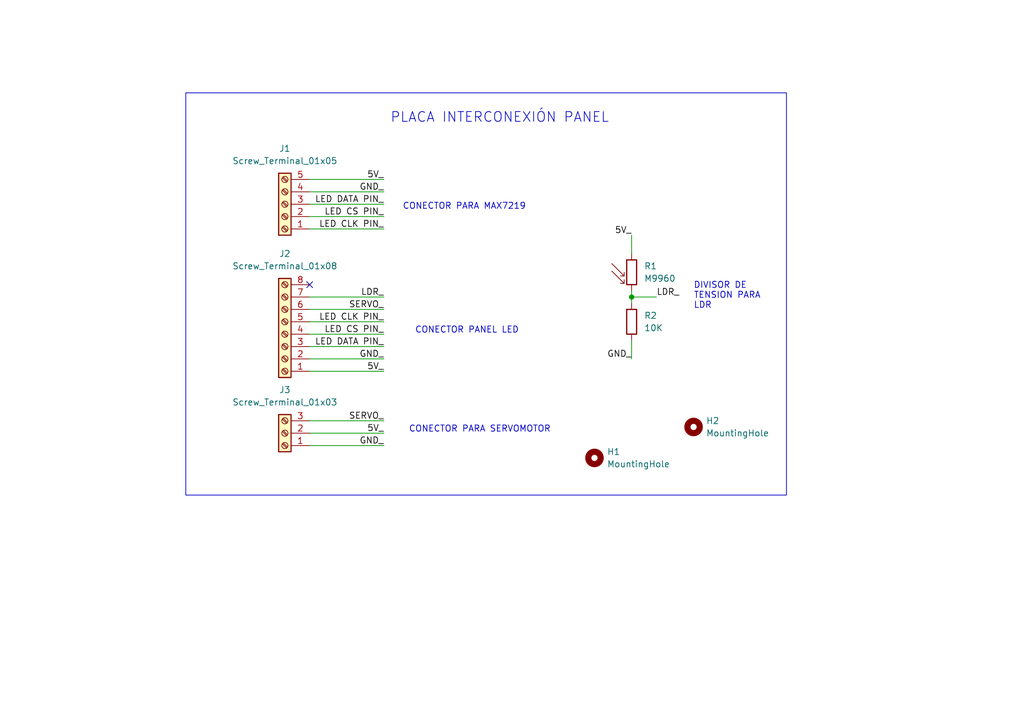
<source format=kicad_sch>
(kicad_sch (version 20230121) (generator eeschema)
  (paper "A5")
  (title_block (title "PLACA INTERCONEXIÓN PANEL EMERGENCIA EN CARRETERA") (date "2024-02-04") (company "Sergio Carrasco Hernández"))
  (lib_symbols
    (symbol "Connector:Screw_Terminal_01x03" (pin_names (offset 1.016) hide)
      (property "Reference" "J" (at 0 5.08 0))
      (property "Value" "Screw_Terminal_01x03" (at 0 -5.08 0))
      (symbol "Screw_Terminal_01x03_1_1"
        (rectangle (start -1.27 3.81) (end 1.27 -3.81) (stroke (width 0.254)) (fill (type background)))
        (circle (center 0 -2.54) (radius 0.635) (stroke (width 0.1524)))
        (polyline (pts (xy -0.5334 -2.2098) (xy 0.3302 -3.048)) (stroke (width 0.1524)))
        (polyline (pts (xy -0.5334 0.3302) (xy 0.3302 -0.508)) (stroke (width 0.1524)))
        (polyline (pts (xy -0.5334 2.8702) (xy 0.3302 2.032)) (stroke (width 0.1524)))
        (polyline (pts (xy -0.3556 -2.032) (xy 0.508 -2.8702)) (stroke (width 0.1524)))
        (polyline (pts (xy -0.3556 0.508) (xy 0.508 -0.3302)) (stroke (width 0.1524)))
        (polyline (pts (xy -0.3556 3.048) (xy 0.508 2.2098)) (stroke (width 0.1524)))
        (circle (center 0 0) (radius 0.635) (stroke (width 0.1524)))
        (circle (center 0 2.54) (radius 0.635) (stroke (width 0.1524)))
        (pin passive line (at -5.08 2.54 0) (length 3.81) (name "Pin_1") (number "1"))
        (pin passive line (at -5.08 0 0) (length 3.81) (name "Pin_2") (number "2"))
        (pin passive line (at -5.08 -2.54 0) (length 3.81) (name "Pin_3") (number "3"))
      )
    )
    (symbol "Connector:Screw_Terminal_01x05" (pin_names (offset 1.016) hide)
      (property "Reference" "J" (at 0 7.62 0))
      (property "Value" "Screw_Terminal_01x05" (at 0 -7.62 0))
      (symbol "Screw_Terminal_01x05_1_1"
        (rectangle (start -1.27 6.35) (end 1.27 -6.35) (stroke (width 0.254)) (fill (type background)))
        (circle (center 0 -5.08) (radius 0.635) (stroke (width 0.1524)))
        (circle (center 0 -2.54) (radius 0.635) (stroke (width 0.1524)))
        (polyline (pts (xy -0.5334 -4.7498) (xy 0.3302 -5.588)) (stroke (width 0.1524)))
        (polyline (pts (xy -0.5334 -2.2098) (xy 0.3302 -3.048)) (stroke (width 0.1524)))
        (polyline (pts (xy -0.5334 0.3302) (xy 0.3302 -0.508)) (stroke (width 0.1524)))
        (polyline (pts (xy -0.5334 2.8702) (xy 0.3302 2.032)) (stroke (width 0.1524)))
        (polyline (pts (xy -0.5334 5.4102) (xy 0.3302 4.572)) (stroke (width 0.1524)))
        (polyline (pts (xy -0.3556 -4.572) (xy 0.508 -5.4102)) (stroke (width 0.1524)))
        (polyline (pts (xy -0.3556 -2.032) (xy 0.508 -2.8702)) (stroke (width 0.1524)))
        (polyline (pts (xy -0.3556 0.508) (xy 0.508 -0.3302)) (stroke (width 0.1524)))
        (polyline (pts (xy -0.3556 3.048) (xy 0.508 2.2098)) (stroke (width 0.1524)))
        (polyline (pts (xy -0.3556 5.588) (xy 0.508 4.7498)) (stroke (width 0.1524)))
        (circle (center 0 0) (radius 0.635) (stroke (width 0.1524)))
        (circle (center 0 2.54) (radius 0.635) (stroke (width 0.1524)))
        (circle (center 0 5.08) (radius 0.635) (stroke (width 0.1524)))
        (pin passive line (at -5.08 5.08 0) (length 3.81) (name "Pin_1") (number "1"))
        (pin passive line (at -5.08 2.54 0) (length 3.81) (name "Pin_2") (number "2"))
        (pin passive line (at -5.08 0 0) (length 3.81) (name "Pin_3") (number "3"))
        (pin passive line (at -5.08 -2.54 0) (length 3.81) (name "Pin_4") (number "4"))
        (pin passive line (at -5.08 -5.08 0) (length 3.81) (name "Pin_5") (number "5"))
      )
    )
    (symbol "Connector:Screw_Terminal_01x08" (pin_names (offset 1.016) hide)
      (property "Reference" "J" (at 0 10.16 0))
      (property "Value" "Screw_Terminal_01x08" (at 0 -12.7 0))
      (symbol "Screw_Terminal_01x08_1_1"
        (rectangle (start -1.27 8.89) (end 1.27 -11.43) (stroke (width 0.254)) (fill (type background)))
        (circle (center 0 -10.16) (radius 0.635) (stroke (width 0.1524)))
        (circle (center 0 -7.62) (radius 0.635) (stroke (width 0.1524)))
        (circle (center 0 -5.08) (radius 0.635) (stroke (width 0.1524)))
        (circle (center 0 -2.54) (radius 0.635) (stroke (width 0.1524)))
        (polyline (pts (xy -0.5334 -9.8298) (xy 0.3302 -10.668)) (stroke (width 0.1524)))
        (polyline (pts (xy -0.5334 -7.2898) (xy 0.3302 -8.128)) (stroke (width 0.1524)))
        (polyline (pts (xy -0.5334 -4.7498) (xy 0.3302 -5.588)) (stroke (width 0.1524)))
        (polyline (pts (xy -0.5334 -2.2098) (xy 0.3302 -3.048)) (stroke (width 0.1524)))
        (polyline (pts (xy -0.5334 0.3302) (xy 0.3302 -0.508)) (stroke (width 0.1524)))
        (polyline (pts (xy -0.5334 2.8702) (xy 0.3302 2.032)) (stroke (width 0.1524)))
        (polyline (pts (xy -0.5334 5.4102) (xy 0.3302 4.572)) (stroke (width 0.1524)))
        (polyline (pts (xy -0.5334 7.9502) (xy 0.3302 7.112)) (stroke (width 0.1524)))
        (polyline (pts (xy -0.3556 -9.652) (xy 0.508 -10.4902)) (stroke (width 0.1524)))
        (polyline (pts (xy -0.3556 -7.112) (xy 0.508 -7.9502)) (stroke (width 0.1524)))
        (polyline (pts (xy -0.3556 -4.572) (xy 0.508 -5.4102)) (stroke (width 0.1524)))
        (polyline (pts (xy -0.3556 -2.032) (xy 0.508 -2.8702)) (stroke (width 0.1524)))
        (polyline (pts (xy -0.3556 0.508) (xy 0.508 -0.3302)) (stroke (width 0.1524)))
        (polyline (pts (xy -0.3556 3.048) (xy 0.508 2.2098)) (stroke (width 0.1524)))
        (polyline (pts (xy -0.3556 5.588) (xy 0.508 4.7498)) (stroke (width 0.1524)))
        (polyline (pts (xy -0.3556 8.128) (xy 0.508 7.2898)) (stroke (width 0.1524)))
        (circle (center 0 0) (radius 0.635) (stroke (width 0.1524)))
        (circle (center 0 2.54) (radius 0.635) (stroke (width 0.1524)))
        (circle (center 0 5.08) (radius 0.635) (stroke (width 0.1524)))
        (circle (center 0 7.62) (radius 0.635) (stroke (width 0.1524)))
        (pin passive line (at -5.08 7.62 0) (length 3.81) (name "Pin_1") (number "1"))
        (pin passive line (at -5.08 5.08 0) (length 3.81) (name "Pin_2") (number "2"))
        (pin passive line (at -5.08 2.54 0) (length 3.81) (name "Pin_3") (number "3"))
        (pin passive line (at -5.08 0 0) (length 3.81) (name "Pin_4") (number "4"))
        (pin passive line (at -5.08 -2.54 0) (length 3.81) (name "Pin_5") (number "5"))
        (pin passive line (at -5.08 -5.08 0) (length 3.81) (name "Pin_6") (number "6"))
        (pin passive line (at -5.08 -7.62 0) (length 3.81) (name "Pin_7") (number "7"))
        (pin passive line (at -5.08 -10.16 0) (length 3.81) (name "Pin_8") (number "8"))
      )
    )
    (symbol "Device:R" (pin_numbers hide) (pin_names (offset 0))
      (property "Reference" "R" (at 2.032 0 90))
      (property "Value" "R" (at 0 0 90))
      (symbol "R_0_1"
        (rectangle (start -1.016 -2.54) (end 1.016 2.54) (stroke (width 0.254)))
      )
      (symbol "R_1_1"
        (pin passive line (at 0 3.81 270) (length 1.27) (name "~") (number "1"))
        (pin passive line (at 0 -3.81 90) (length 1.27) (name "~") (number "2"))
      )
    )
    (symbol "Mechanical:MountingHole" (pin_names (offset 1.016))
      (property "Reference" "H" (at 0 5.08 0))
      (property "Value" "MountingHole" (at 0 3.175 0))
      (symbol "MountingHole_0_1"
        (circle (center 0 0) (radius 1.27) (stroke (width 1.27)))
      )
    )
    (symbol "Sensor_Optical:M9960" (pin_numbers hide) (pin_names (offset 0))
      (property "Reference" "R" (at -5.08 0 90))
      (property "Value" "M9960" (at 1.905 0 90))
      (symbol "M9960_0_1"
        (rectangle (start -1.016 2.54) (end 1.016 -2.54) (stroke (width 0.254)))
        (polyline (pts (xy -1.524 -2.286) (xy -4.064 0.254)))
        (polyline (pts (xy -1.524 -2.286) (xy -2.286 -2.286)))
        (polyline (pts (xy -1.524 -2.286) (xy -1.524 -1.524)))
        (polyline (pts (xy -1.524 -0.762) (xy -4.064 1.778)))
        (polyline (pts (xy -1.524 -0.762) (xy -2.286 -0.762)))
        (polyline (pts (xy -1.524 -0.762) (xy -1.524 0)))
      )
      (symbol "M9960_1_1"
        (pin passive line (at 0 3.81 270) (length 1.27) (name "~") (number "1"))
        (pin passive line (at 0 -3.81 90) (length 1.27) (name "~") (number "2"))
      )
    )
  )
  (junction (at 129.54 60.96))
  (no_connect (at 63.5 58.42))
  (wire (pts (xy 63.5 44.45) (xy 78.74 44.45)))
  (wire (pts (xy 63.5 86.36) (xy 78.74 86.36)))
  (wire (pts (xy 129.54 69.85) (xy 129.54 73.66)))
  (wire (pts (xy 63.5 91.44) (xy 78.74 91.44)))
  (wire (pts (xy 129.54 59.69) (xy 129.54 60.96)))
  (wire (pts (xy 129.54 60.96) (xy 129.54 62.23)))
  (wire (pts (xy 78.74 68.58) (xy 63.5 68.58)))
  (wire (pts (xy 78.74 60.96) (xy 63.5 60.96)))
  (wire (pts (xy 78.74 63.5) (xy 63.5 63.5)))
  (wire (pts (xy 63.5 41.91) (xy 78.74 41.91)))
  (wire (pts (xy 78.74 66.04) (xy 63.5 66.04)))
  (wire (pts (xy 63.5 46.99) (xy 78.74 46.99)))
  (wire (pts (xy 78.74 73.66) (xy 63.5 73.66)))
  (wire (pts (xy 78.74 71.12) (xy 63.5 71.12)))
  (wire (pts (xy 134.62 60.96) (xy 129.54 60.96)))
  (wire (pts (xy 63.5 36.83) (xy 78.74 36.83)))
  (wire (pts (xy 78.74 76.2) (xy 63.5 76.2)))
  (wire (pts (xy 63.5 39.37) (xy 78.74 39.37)))
  (wire (pts (xy 129.54 48.26) (xy 129.54 52.07)))
  (wire (pts (xy 63.5 88.9) (xy 78.74 88.9)))
  (rectangle (start 38.1 19.05) (end 161.29 101.6))
  (text "CONECTOR PANEL LED" (at 85.09 68.58 0) (effects (font (size 1.27 1.27)) (justify left bottom)))
  (text "CONECTOR PARA MAX7219" (at 82.55 43.18 0) (effects (font (size 1.27 1.27)) (justify left bottom)))
  (text "PLACA INTERCONEXIÓN PANEL" (at 80.01 25.4 0) (effects (font (size 2 2)) (justify left bottom)))
  (text "DIVISOR DE \nTENSION PARA \nLDR" (at 142.24 63.5 0) (effects (font (size 1.27 1.27)) (justify left bottom)))
  (text "CONECTOR PARA SERVOMOTOR" (at 83.82 88.9 0) (effects (font (size 1.27 1.27)) (justify left bottom)))
  (label "GND_" (at 78.74 91.44 180))
  (label "GND_" (at 78.74 39.37 180))
  (label "5V_" (at 78.74 76.2 180))
  (label "GND_" (at 129.54 73.66 180))
  (label "LED CS PIN_" (at 78.74 44.45 180))
  (label "SERVO_" (at 78.74 86.36 180))
  (label "LED DATA PIN_" (at 78.74 41.91 180))
  (label "LED CS PIN_" (at 78.74 68.58 180))
  (label "LDR_" (at 78.74 60.96 180))
  (label "LED DATA PIN_" (at 78.74 71.12 180))
  (label "SERVO_" (at 78.74 63.5 180))
  (label "5V_" (at 78.74 88.9 180))
  (label "5V_" (at 129.54 48.26 180))
  (label "5V_" (at 78.74 36.83 180))
  (label "LDR_" (at 134.62 60.96 0))
  (label "LED CLK PIN_" (at 78.74 66.04 180))
  (label "LED CLK PIN_" (at 78.74 46.99 180))
  (label "GND_" (at 78.74 73.66 180))
  (symbol (lib_id "Connector:Screw_Terminal_01x03") (at 58.42 88.9 180) (unit 1)
    (property "Reference" "J3" (at 58.42 80.01 0))
    (property "Value" "Screw_Terminal_01x03" (at 58.42 82.55 0))
    (property "Footprint" "Connector_JST:JST_XH_S3B-XH-A_1x03_P2.50mm_Horizontal" (effects hide))
  )
  (symbol (lib_id "Device:R") (at 129.54 66.04 0) (unit 1)
    (property "Reference" "R2" (at 132.08 64.77 0) (effects (justify left)))
    (property "Value" "10K" (at 132.08 67.31 0) (effects (justify left)))
    (property "Footprint" "Resistor_THT:R_Axial_DIN0309_L9.0mm_D3.2mm_P12.70mm_Horizontal" (effects hide))
  )
  (symbol (lib_id "Connector:Screw_Terminal_01x08") (at 58.42 68.58 180) (unit 1)
    (property "Reference" "J2" (at 58.42 52.07 0))
    (property "Value" "Screw_Terminal_01x08" (at 58.42 54.61 0))
    (property "Footprint" "Connector_JST:JST_XH_S8B-XH-A_1x08_P2.50mm_Horizontal" (effects hide))
  )
  (symbol (lib_id "Mechanical:MountingHole") (at 121.92 93.98 0) (unit 1)
    (property "Reference" "H1" (at 124.46 92.71 0) (effects (justify left)))
    (property "Value" "MountingHole" (at 124.46 95.25 0) (effects (justify left)))
    (property "Footprint" "MountingHole:MountingHole_3.2mm_M3" (effects hide))
  )
  (symbol (lib_id "Mechanical:MountingHole") (at 142.24 87.63 0) (unit 1)
    (property "Reference" "H2" (at 144.78 86.36 0) (effects (justify left)))
    (property "Value" "MountingHole" (at 144.78 88.9 0) (effects (justify left)))
    (property "Footprint" "MountingHole:MountingHole_3.2mm_M3" (effects hide))
  )
  (symbol (lib_id "Sensor_Optical:M9960") (at 129.54 55.88 0) (unit 1)
    (property "Reference" "R1" (at 132.08 54.61 0) (effects (justify left)))
    (property "Value" "M9960" (at 132.08 57.15 0) (effects (justify left)))
    (property "Footprint" "Connector_PinSocket_2.54mm:PinSocket_1x02_P2.54mm_Vertical" (effects hide))
    (property "Datasheet" "http://cdn-reichelt.de/documents/datenblatt/A500/M996011a_b.pdf" (effects hide))
  )
  (symbol (lib_id "Connector:Screw_Terminal_01x05") (at 58.42 41.91 180) (unit 1)
    (property "Reference" "J1" (at 58.42 30.48 0))
    (property "Value" "Screw_Terminal_01x05" (at 58.42 33.02 0))
    (property "Footprint" "Connector_JST:JST_XH_S5B-XH-A_1x05_P2.50mm_Horizontal" (effects hide))
  )
)
</source>
